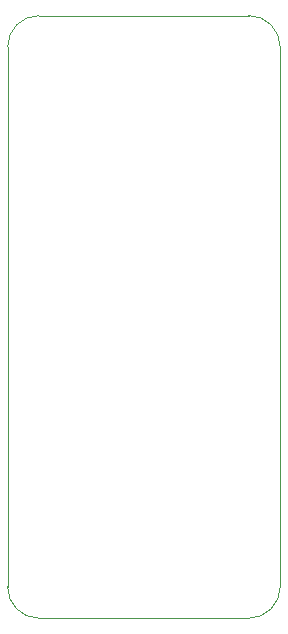
<source format=gbr>
%TF.GenerationSoftware,KiCad,Pcbnew,(6.0.0)*%
%TF.CreationDate,2022-01-23T09:20:33-05:00*%
%TF.ProjectId,Featherwing-bme680-als-PT19-breakout,46656174-6865-4727-9769-6e672d626d65,rev?*%
%TF.SameCoordinates,Original*%
%TF.FileFunction,Profile,NP*%
%FSLAX46Y46*%
G04 Gerber Fmt 4.6, Leading zero omitted, Abs format (unit mm)*
G04 Created by KiCad (PCBNEW (6.0.0)) date 2022-01-23 09:20:33*
%MOMM*%
%LPD*%
G01*
G04 APERTURE LIST*
%TA.AperFunction,Profile*%
%ADD10C,0.120000*%
%TD*%
G04 APERTURE END LIST*
D10*
%TO.C,A1*%
X147523200Y-83583000D02*
X129743200Y-83583000D01*
X147523200Y-134603000D02*
X129743200Y-134603000D01*
X127093200Y-86233000D02*
X127093200Y-131953000D01*
X150173200Y-86233000D02*
X150173200Y-131953000D01*
X150173200Y-86233000D02*
G75*
G03*
X147523200Y-83583000I-2650000J0D01*
G01*
X127093200Y-131953000D02*
G75*
G03*
X129743200Y-134603000I2650000J0D01*
G01*
X147523200Y-134603000D02*
G75*
G03*
X150173200Y-131953000I0J2650000D01*
G01*
X129743200Y-83583000D02*
G75*
G03*
X127093200Y-86233000I0J-2650000D01*
G01*
%TD*%
M02*

</source>
